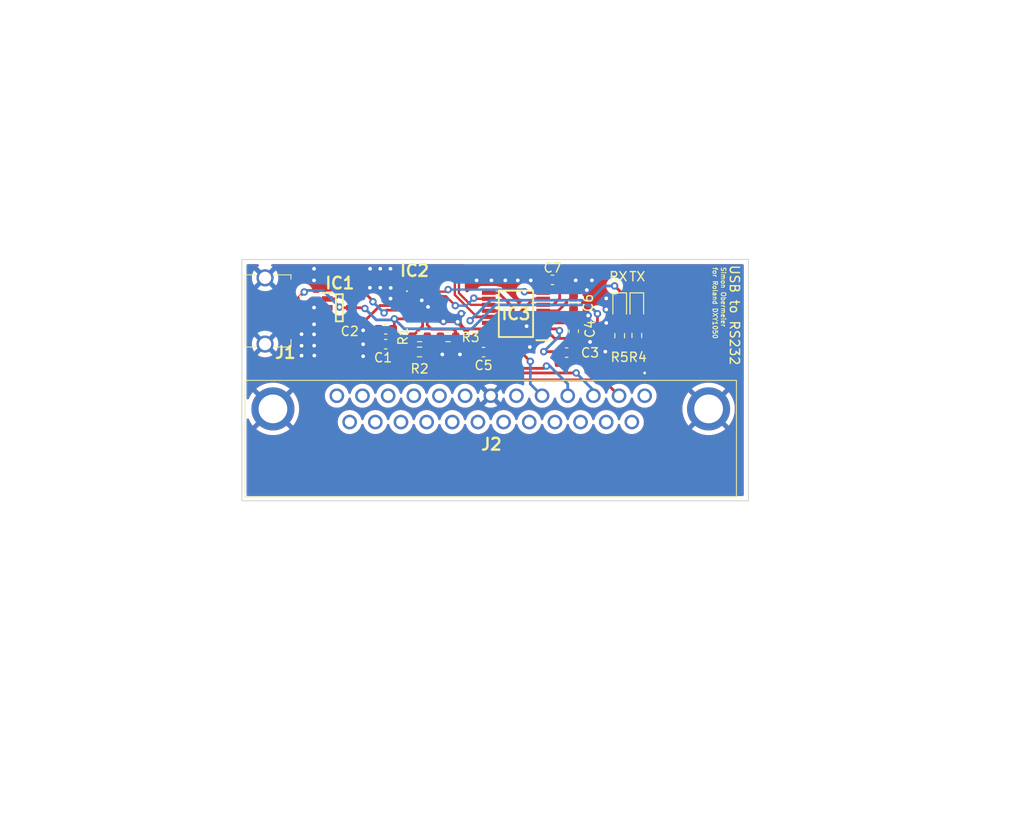
<source format=kicad_pcb>
(kicad_pcb (version 20211014) (generator pcbnew)
  (layers (0 "F.Cu" signal) (31 "B.Cu" signal) (34 "B.Paste" user) (35 "F.Paste" user) (36 "B.SilkS" user "B.Silkscreen") (37 "F.SilkS" user "F.Silkscreen") (38 "B.Mask" user) (39 "F.Mask" user) (44 "Edge.Cuts" user))
  (net 0 "")
  (net 1 "+5V")
  (net 2 "GND")
  (net 3 "Net-(C3-Pad1)")
  (net 4 "Net-(C4-Pad1)")
  (net 5 "Net-(C4-Pad2)")
  (net 6 "Net-(C6-Pad1)")
  (net 7 "Net-(C6-Pad2)")
  (net 8 "Net-(C7-Pad1)")
  (net 9 "TX_Bridge")
  (net 10 "Net-(D1-Pad2)")
  (net 11 "RX_Bridge")
  (net 12 "Net-(D2-Pad2)")
  (net 13 "D-")
  (net 14 "D+")
  (net 19 "Net-(IC2-Pad8)")
  (net 20 "Net-(IC2-Pad9)")
  (net 25 "CTS_Bridge")
  (net 26 "RTS_Bridge")
  (net 29 "CTS_RS232")
  (net 30 "RTS_RS232")
  (net 31 "RX_RS232")
  (net 32 "TX_RS232")
  (footprint "Resistor_SMD:R_0603_1608Metric" (layer "F.Cu") (at 150.15 80.35 180)
    (fp_text reference "R1" (at 1.8 0.05 90) (layer "F.SilkS"))
    (fp_text value "22.1k")
    (fp_line (start -0.237258 0.5225) (end 0.237258 0.5225) (layer "F.SilkS") (width 0.12))
    (fp_line (start -0.237258 -0.5225) (end 0.237258 -0.5225) (layer "F.SilkS") (width 0.12))
    (pad "1" smd roundrect (at -0.825 0 180) (size 0.8 0.95) (layers "F.Cu" "F.Paste" "F.Mask") (net 1 "+5V"))
    (pad "2" smd roundrect (at 0.825 0 180) (size 0.8 0.95) (layers "F.Cu" "F.Paste" "F.Mask") (net 19 "Net-(IC2-Pad8)"))
  )
  (footprint "Resistor_SMD:R_0603_1608Metric" (layer "F.Cu") (at 150.135 81.98)
    (fp_text reference "R2" (at 0.015 1.82) (layer "F.SilkS"))
    (fp_text value "47.5k")
    (fp_line (start -0.237258 0.5225) (end 0.237258 0.5225) (layer "F.SilkS") (width 0.12))
    (fp_line (start -0.237258 -0.5225) (end 0.237258 -0.5225) (layer "F.SilkS") (width 0.12))
    (pad "1" smd roundrect (at -0.825 0) (size 0.8 0.95) (layers "F.Cu" "F.Paste" "F.Mask") (net 19 "Net-(IC2-Pad8)"))
    (pad "2" smd roundrect (at 0.825 0) (size 0.8 0.95) (layers "F.Cu" "F.Paste" "F.Mask") (net 2 "GND"))
  )
  (footprint "Capacitor_SMD:C_0603_1608Metric" (layer "F.Cu") (at 157.05 82 180)
    (fp_text reference "C5" (at 0 -1.43) (layer "F.SilkS"))
    (fp_text value "0.1u")
    (fp_line (start -0.14058 -0.51) (end 0.14058 -0.51) (layer "F.SilkS") (width 0.12))
    (fp_line (start -0.14058 0.51) (end 0.14058 0.51) (layer "F.SilkS") (width 0.12))
    (pad "1" smd roundrect (at -0.775 0 180) (size 0.9 0.95) (layers "F.Cu" "F.Paste" "F.Mask") (net 1 "+5V"))
    (pad "2" smd roundrect (at 0.775 0 180) (size 0.9 0.95) (layers "F.Cu" "F.Paste" "F.Mask") (net 2 "GND"))
  )
  (footprint "Capacitor_SMD:C_0603_1608Metric" (layer "F.Cu") (at 146.485 81.14 180)
    (fp_text reference "C1" (at 0.285 -1.46) (layer "F.SilkS"))
    (fp_text value "4.7u")
    (fp_line (start -0.14058 0.51) (end 0.14058 0.51) (layer "F.SilkS") (width 0.12))
    (fp_line (start -0.14058 -0.51) (end 0.14058 -0.51) (layer "F.SilkS") (width 0.12))
    (pad "1" smd roundrect (at -0.775 0 180) (size 0.9 0.95) (layers "F.Cu" "F.Paste" "F.Mask") (net 1 "+5V"))
    (pad "2" smd roundrect (at 0.775 0 180) (size 0.9 0.95) (layers "F.Cu" "F.Paste" "F.Mask") (net 2 "GND"))
  )
  (footprint "Capacitor_SMD:C_0603_1608Metric" (layer "F.Cu") (at 166.77 76.655 90)
    (fp_text reference "C6" (at -0.04 1.58 90) (layer "F.SilkS"))
    (fp_text value "330n")
    (fp_line (start -0.14058 -0.51) (end 0.14058 -0.51) (layer "F.SilkS") (width 0.12))
    (fp_line (start -0.14058 0.51) (end 0.14058 0.51) (layer "F.SilkS") (width 0.12))
    (pad "1" smd roundrect (at -0.775 0 90) (size 0.9 0.95) (layers "F.Cu" "F.Paste" "F.Mask") (net 6 "Net-(C6-Pad1)"))
    (pad "2" smd roundrect (at 0.775 0 90) (size 0.9 0.95) (layers "F.Cu" "F.Paste" "F.Mask") (net 7 "Net-(C6-Pad2)"))
  )
  (footprint "SamacSys_Parts:SOT95P280X145-6N" (layer "F.Cu") (at 141.48 77.21)
    (fp_text reference "IC1" (at 0.05 -2.66) (layer "F.SilkS") (effects (font (size 1.27 1.27) (thickness 0.254))))
    (fp_text value "USBLC6-4SC6" hide)
    (fp_line (start -0.375 -1.462) (end 0.375 -1.462) (layer "F.SilkS") (width 0.2))
    (fp_line (start 0.375 1.462) (end -0.375 1.462) (layer "F.SilkS") (width 0.2))
    (fp_line (start -1.875 -1.6) (end -0.725 -1.6) (layer "F.SilkS") (width 0.2))
    (fp_line (start -0.375 1.462) (end -0.375 -1.462) (layer "F.SilkS") (width 0.2))
    (fp_line (start 0.375 -1.462) (end 0.375 1.462) (layer "F.SilkS") (width 0.2))
    (pad "1" smd rect locked (at -1.3 -0.95 90) (size 0.6 1.15) (layers "F.Cu" "F.Paste" "F.Mask") (net 13 "D-"))
    (pad "2" smd rect locked (at -1.3 0 90) (size 0.6 1.15) (layers "F.Cu" "F.Paste" "F.Mask") (net 2 "GND"))
    (pad "3" smd rect locked (at -1.3 0.95 90) (size 0.6 1.15) (layers "F.Cu" "F.Paste" "F.Mask") (net 14 "D+"))
    (pad "4" smd rect locked (at 1.3 0.95 90) (size 0.6 1.15) (layers "F.Cu" "F.Paste" "F.Mask"))
    (pad "5" smd rect locked (at 1.3 0 90) (size 0.6 1.15) (layers "F.Cu" "F.Paste" "F.Mask") (net 1 "+5V"))
    (pad "6" smd rect locked (at 1.3 -0.95 90) (size 0.6 1.15) (layers "F.Cu" "F.Paste" "F.Mask"))
  )
  (footprint "LED_SMD:LED_0603_1608Metric" (layer "F.Cu") (at 171.75 77.0875 -90)
    (fp_text reference "RX" (at -3.2375 0.15 180) (layer "F.SilkS"))
    (fp_text value "RXD")
    (fp_line (start 0.8 -0.735) (end -1.485 -0.735) (layer "F.SilkS") (width 0.12))
    (fp_line (start -1.485 -0.735) (end -1.485 0.735) (layer "F.SilkS") (width 0.12))
    (fp_line (start -1.485 0.735) (end 0.8 0.735) (layer "F.SilkS") (width 0.12))
    (pad "1" smd roundrect (at -0.7875 0 270) (size 0.875 0.95) (layers "F.Cu" "F.Paste" "F.Mask") (net 11 "RX_Bridge"))
    (pad "2" smd roundrect (at 0.7875 0 270) (size 0.875 0.95) (layers "F.Cu" "F.Paste" "F.Mask") (net 12 "Net-(D2-Pad2)"))
  )
  (footprint "Resistor_SMD:R_0603_1608Metric" (layer "F.Cu") (at 173.6 80.2 -90)
    (fp_text reference "R4" (at 2.35 -0.1 180) (layer "F.SilkS"))
    (fp_text value "470")
    (fp_line (start -0.237258 -0.5225) (end 0.237258 -0.5225) (layer "F.SilkS") (width 0.12))
    (fp_line (start -0.237258 0.5225) (end 0.237258 0.5225) (layer "F.SilkS") (width 0.12))
    (pad "1" smd roundrect (at -0.825 0 270) (size 0.8 0.95) (layers "F.Cu" "F.Paste" "F.Mask") (net 10 "Net-(D1-Pad2)"))
    (pad "2" smd roundrect (at 0.825 0 270) (size 0.8 0.95) (layers "F.Cu" "F.Paste" "F.Mask") (net 1 "+5V"))
  )
  (footprint "Capacitor_SMD:C_0603_1608Metric" (layer "F.Cu") (at 166.79 79.74 90)
    (fp_text reference "C4" (at 0.235 1.75 90) (layer "F.SilkS"))
    (fp_text value "47n")
    (fp_line (start -0.14058 -0.51) (end 0.14058 -0.51) (layer "F.SilkS") (width 0.12))
    (fp_line (start -0.14058 0.51) (end 0.14058 0.51) (layer "F.SilkS") (width 0.12))
    (pad "1" smd roundrect (at -0.775 0 90) (size 0.9 0.95) (layers "F.Cu" "F.Paste" "F.Mask") (net 4 "Net-(C4-Pad1)"))
    (pad "2" smd roundrect (at 0.775 0 90) (size 0.9 0.95) (layers "F.Cu" "F.Paste" "F.Mask") (net 5 "Net-(C4-Pad2)"))
    (pad "2" smd roundrect (at 0.775 0 90) (size 0.9 0.95) (layers "F.Cu" "F.Paste" "F.Mask") (net 5 "Net-(C4-Pad2)"))
  )
  (footprint "Resistor_SMD:R_0603_1608Metric" (layer "F.Cu") (at 171.75 80.225 -90)
    (fp_text reference "R5" (at 2.325 0) (layer "F.SilkS"))
    (fp_text value "470")
    (fp_line (start -0.237258 -0.5225) (end 0.237258 -0.5225) (layer "F.SilkS") (width 0.12))
    (fp_line (start -0.237258 0.5225) (end 0.237258 0.5225) (layer "F.SilkS") (width 0.12))
    (pad "1" smd roundrect (at -0.825 0 270) (size 0.8 0.95) (layers "F.Cu" "F.Paste" "F.Mask") (net 12 "Net-(D2-Pad2)"))
    (pad "2" smd roundrect (at 0.825 0 270) (size 0.8 0.95) (layers "F.Cu" "F.Paste" "F.Mask") (net 1 "+5V"))
  )
  (footprint "Capacitor_SMD:C_0603_1608Metric" (layer "F.Cu") (at 146.485 79.54 180)
    (fp_text reference "C2" (at 3.885 -0.21) (layer "F.SilkS"))
    (fp_text value "0.1u")
    (fp_line (start -0.14058 0.51) (end 0.14058 0.51) (layer "F.SilkS") (width 0.12))
    (fp_line (start -0.14058 -0.51) (end 0.14058 -0.51) (layer "F.SilkS") (width 0.12))
    (pad "1" smd roundrect (at -0.775 0 180) (size 0.9 0.95) (layers "F.Cu" "F.Paste" "F.Mask") (net 1 "+5V"))
    (pad "2" smd roundrect (at 0.775 0 180) (size 0.9 0.95) (layers "F.Cu" "F.Paste" "F.Mask") (net 2 "GND"))
  )
  (footprint "SamacSys_Parts:CP2102NA02GQFN20" (layer "F.Cu") (at 150.725 76.72)
    (fp_text reference "IC2" (at -1.125 -3.52) (layer "F.SilkS") (effects (font (size 1.27 1.27) (thickness 0.254))))
    (fp_text value "CP2102N-A02-GQFN20" hide)
    (fp_line (start -2 -1.3) (end -2 -1.3) (layer "F.SilkS") (width 0.1))
    (fp_line (start -1.9 -1.3) (end -1.9 -1.3) (layer "F.SilkS") (width 0.1))
    (fp_arc (start -1.9 -1.3) (mid -1.95 -1.25) (end -2 -1.3) (layer "F.SilkS") (width 0.1))
    (fp_arc (start -2 -1.3) (mid -1.95 -1.35) (end -1.9 -1.3) (layer "F.SilkS") (width 0.1))
    (pad "1" smd rect locked (at -1.25 -1.25) (size 0.3 0.3) (layers "F.Cu" "F.Paste" "F.Mask"))
    (pad "2" smd rect locked (at -1.55 -0.75 90) (size 0.3 0.9) (layers "F.Cu" "F.Paste" "F.Mask"))
    (pad "3" smd rect locked (at -1.55 -0.25 90) (size 0.3 0.9) (layers "F.Cu" "F.Paste" "F.Mask") (net 2 "GND"))
    (pad "4" smd rect locked (at -1.55 0.25 90) (size 0.3 0.9) (layers "F.Cu" "F.Paste" "F.Mask") (net 14 "D+"))
    (pad "5" smd rect locked (at -1.55 0.75 90) (size 0.3 0.9) (layers "F.Cu" "F.Paste" "F.Mask") (net 13 "D-"))
    (pad "6" smd rect locked (at -1.25 1.25) (size 0.3 0.3) (layers "F.Cu" "F.Paste" "F.Mask") (net 1 "+5V"))
    (pad "7" smd rect locked (at -0.75 1.55) (size 0.3 0.9) (layers "F.Cu" "F.Paste" "F.Mask") (net 1 "+5V"))
    (pad "8" smd rect locked (at -0.25 1.55) (size 0.3 0.9) (layers "F.Cu" "F.Paste" "F.Mask") (net 19 "Net-(IC2-Pad8)"))
    (pad "9" smd rect locked (at 0.25 1.55) (size 0.3 0.9) (layers "F.Cu" "F.Paste" "F.Mask") (net 20 "Net-(IC2-Pad9)"))
    (pad "10" smd rect locked (at 0.75 1.55) (size 0.3 0.9) (layers "F.Cu" "F.Paste" "F.Mask"))
    (pad "11" smd rect locked (at 1.25 1.25) (size 0.3 0.3) (layers "F.Cu" "F.Paste" "F.Mask"))
    (pad "12" smd rect locked (at 1.55 0.75 90) (size 0.3 0.9) (layers "F.Cu" "F.Paste" "F.Mask") (net 2 "GND"))
    (pad "13" smd rect locked (at 1.55 0.25 90) (size 0.3 0.9) (layers "F.Cu" "F.Paste" "F.Mask"))
    (pad "14" smd rect locked (at 1.55 -0.25 90) (size 0.3 0.9) (layers "F.Cu" "F.Paste" "F.Mask"))
    (pad "15" smd rect locked (at 1.55 -0.75 90) (size 0.3 0.9) (layers "F.Cu" "F.Paste" "F.Mask") (net 25 "CTS_Bridge"))
    (pad "16" smd rect locked (at 1.25 -1.25) (size 0.3 0.3) (layers "F.Cu" "F.Paste" "F.Mask") (net 26 "RTS_Bridge"))
    (pad "17" smd rect locked (at 0.75 -1.55) (size 0.3 0.9) (layers "F.Cu" "F.Paste" "F.Mask") (net 11 "RX_Bridge"))
    (pad "18" smd rect locked (at 0.25 -1.55) (size 0.3 0.9) (layers "F.Cu" "F.Paste" "F.Mask") (net 9 "TX_Bridge"))
    (pad "19" smd rect locked (at -0.25 -1.55) (size 0.3 0.9) (layers "F.Cu" "F.Paste" "F.Mask"))
    (pad "20" smd rect locked (at -0.75 -1.55) (size 0.3 0.9) (layers "F.Cu" "F.Paste" "F.Mask"))
    (pad "21" smd rect locked (at 0 0) (size 1.8 1.8) (layers "F.Cu" "F.Paste" "F.Mask") (net 2 "GND"))
  )
  (footprint "LED_SMD:LED_0603_1608Metric" (layer "F.Cu") (at 173.6 77.0875 -90)
    (fp_text reference "TX" (at -3.2375 -0.05 180) (layer "F.SilkS"))
    (fp_text value "TXD")
    (fp_line (start -1.485 -0.735) (end -1.485 0.735) (layer "F.SilkS") (width 0.12))
    (fp_line (start -1.485 0.735) (end 0.8 0.735) (layer "F.SilkS") (width 0.12))
    (fp_line (start 0.8 -0.735) (end -1.485 -0.735) (layer "F.SilkS") (width 0.12))
    (pad "1" smd roundrect (at -0.7875 0 270) (size 0.875 0.95) (layers "F.Cu" "F.Paste" "F.Mask") (net 9 "TX_Bridge"))
    (pad "2" smd roundrect (at 0.7875 0 270) (size 0.875 0.95) (layers "F.Cu" "F.Paste" "F.Mask") (net 10 "Net-(D1-Pad2)"))
  )
  (footprint "Capacitor_SMD:C_0603_1608Metric" (layer "F.Cu") (at 166.025 82.05)
    (fp_text reference "C3" (at 2.525 0.02) (layer "F.SilkS"))
    (fp_text value "330n")
    (fp_line (start -0.14058 -0.51) (end 0.14058 -0.51) (layer "F.SilkS") (width 0.12))
    (fp_line (start -0.14058 0.51) (end 0.14058 0.51) (layer "F.SilkS") (width 0.12))
    (pad "1" smd roundrect (at -0.775 0) (size 0.9 0.95) (layers "F.Cu" "F.Paste" "F.Mask") (net 3 "Net-(C3-Pad1)"))
    (pad "2" smd roundrect (at 0.775 0) (size 0.9 0.95) (layers "F.Cu" "F.Paste" "F.Mask") (net 2 "GND"))
  )
  (footprint "SamacSys_Parts:SOP65P640X110-16N" (layer "F.Cu") (at 160.55 77.8675 180)
    (fp_text reference "IC3" (at 0 0) (layer "F.SilkS") (effects (font (size 1.27 1.27) (thickness 0.254))))
    (fp_text value "MAX3232EUE+" hide)
    (fp_line (start 1.85 -2.5) (end 1.85 2.5) (layer "F.SilkS") (width 0.2))
    (fp_line (start 1.85 2.5) (end -1.85 2.5) (layer "F.SilkS") (width 0.2))
    (fp_line (start -3.675 -2.85) (end -2.2 -2.85) (layer "F.SilkS") (width 0.2))
    (fp_line (start -1.85 -2.5) (end 1.85 -2.5) (layer "F.SilkS") (width 0.2))
    (fp_line (start -1.85 2.5) (end -1.85 -2.5) (layer "F.SilkS") (width 0.2))
    (pad "1" smd rect locked (at -2.938 -2.275 270) (size 0.45 1.475) (layers "F.Cu" "F.Paste" "F.Mask") (net 4 "Net-(C4-Pad1)"))
    (pad "2" smd rect locked (at -2.938 -1.625 270) (size 0.45 1.475) (layers "F.Cu" "F.Paste" "F.Mask") (net 3 "Net-(C3-Pad1)"))
    (pad "3" smd rect locked (at -2.938 -0.975 270) (size 0.45 1.475) (layers "F.Cu" "F.Paste" "F.Mask") (net 5 "Net-(C4-Pad2)"))
    (pad "4" smd rect locked (at -2.938 -0.325 270) (size 0.45 1.475) (layers "F.Cu" "F.Paste" "F.Mask") (net 6 "Net-(C6-Pad1)"))
    (pad "5" smd rect locked (at -2.938 0.325 270) (size 0.45 1.475) (layers "F.Cu" "F.Paste" "F.Mask") (net 7 "Net-(C6-Pad2)"))
    (pad "6" smd rect locked (at -2.938 0.975 270) (size 0.45 1.475) (layers "F.Cu" "F.Paste" "F.Mask") (net 8 "Net-(C7-Pad1)"))
    (pad "7" smd rect locked (at -2.938 1.625 270) (size 0.45 1.475) (layers "F.Cu" "F.Paste" "F.Mask") (net 29 "CTS_RS232"))
    (pad "8" smd rect locked (at -2.938 2.275 270) (size 0.45 1.475) (layers "F.Cu" "F.Paste" "F.Mask") (net 26 "RTS_Bridge"))
    (pad "9" smd rect locked (at 2.938 2.275 270) (size 0.45 1.475) (layers "F.Cu" "F.Paste" "F.Mask") (net 30 "RTS_RS232"))
    (pad "10" smd rect locked (at 2.938 1.625 270) (size 0.45 1.475) (layers "F.Cu" "F.Paste" "F.Mask") (net 25 "CTS_Bridge"))
    (pad "11" smd rect locked (at 2.938 0.975 270) (size 0.45 1.475) (layers "F.Cu" "F.Paste" "F.Mask") (net 9 "TX_Bridge"))
    (pad "12" smd rect locked (at 2.938 0.325 270) (size 0.45 1.475) (layers "F.Cu" "F.Paste" "F.Mask") (net 31 "RX_RS232"))
    (pad "13" smd rect locked (at 2.938 -0.325 270) (size 0.45 1.475) (layers "F.Cu" "F.Paste" "F.Mask") (net 11 "RX_Bridge"))
    (pad "14" smd rect locked (at 2.938 -0.975 270) (size 0.45 1.475) (layers "F.Cu" "F.Paste" "F.Mask") (net 32 "TX_RS232"))
    (pad "15" smd rect locked (at 2.938 -1.625 270) (size 0.45 1.475) (layers "F.Cu" "F.Paste" "F.Mask") (net 2 "GND"))
    (pad "16" smd rect locked (at 2.938 -2.275 270) (size 0.45 1.475) (layers "F.Cu" "F.Paste" "F.Mask") (net 1 "+5V"))
  )
  (footprint "Resistor_SMD:R_0603_1608Metric" (layer "F.Cu") (at 153.22 80.35 180)
    (fp_text reference "R3" (at -2.43 -0.05) (layer "F.SilkS"))
    (fp_text value "10k")
    (fp_line (start -0.237258 -0.5225) (end 0.237258 -0.5225) (layer "F.SilkS") (width 0.12))
    (fp_line (start -0.237258 0.5225) (end 0.237258 0.5225) (layer "F.SilkS") (width 0.12))
    (pad "1" smd roundrect (at -0.825 0 180) (size 0.8 0.95) (layers "F.Cu" "F.Paste" "F.Mask") (net 20 "Net-(IC2-Pad9)"))
    (pad "2" smd roundrect (at 0.825 0 180) (size 0.8 0.95) (layers "F.Cu" "F.Paste" "F.Mask") (net 1 "+5V"))
  )
  (footprint "SamacSys_Parts:USB307530A" (layer "F.Cu") (at 133.46 77.555 -90)
    (fp_text reference "J1" (at 4.495 -2.19 180) (layer "F.SilkS") (effects (font (size 1.27 1.27) (thickness 0.254))))
    (fp_text value "USB3075-30-A" hide)
    (fp_line (start -1.6 -3.825) (end -1.6 -3.825) (layer "F.SilkS") (width 0.2))
    (fp_line (start -3.425 -2.8) (end -3.9 -2.8) (layer "F.SilkS") (width 0.1))
    (fp_line (start -1.5 -3.825) (end -1.5 -3.825) (layer "F.SilkS") (width 0.2))
    (fp_line (start 3.075 -2.8) (end 3.9 -2.8) (layer "F.SilkS") (width 0.1))
    (fp_line (start 3.9 -2.8) (end 3.9 -1) (layer "F.SilkS") (width 0.1))
    (fp_line (start -3.9 2.15) (end 3.9 2.15) (layer "F.SilkS") (width 0.1))
    (fp_line (start -3.9 1) (end -3.9 2.15) (layer "F.SilkS") (width 0.1))
    (fp_line (start -3.9 -2.8) (end -3.9 -1) (layer "F.SilkS") (width 0.1))
    (fp_line (start 3.9 2.15) (end 3.9 1) (layer "F.SilkS") (width 0.1))
    (fp_arc (start -1.5 -3.825) (mid -1.55 -3.775) (end -1.6 -3.825) (layer "F.SilkS") (width 0.2))
    (fp_arc (start -1.6 -3.825) (mid -1.55 -3.875) (end -1.5 -3.825) (layer "F.SilkS") (width 0.2))
    (pad "1" smd rect locked (at -1.3 -2.65 270) (size 0.4 1.4) (layers "F.Cu" "F.Paste" "F.Mask") (net 1 "+5V"))
    (pad "2" smd rect locked (at -0.65 -2.65 270) (size 0.4 1.4) (layers "F.Cu" "F.Paste" "F.Mask") (net 13 "D-"))
    (pad "3" smd rect locked (at 0 -2.65 270) (size 0.4 1.4) (layers "F.Cu" "F.Paste" "F.Mask") (net 14 "D+"))
    (pad "4" smd rect locked (at 0.65 -2.65 270) (size 0.4 1.4) (layers "F.Cu" "F.Paste" "F.Mask"))
    (pad "5" smd rect locked (at 1.3 -2.65 270) (size 0.4 1.4) (layers "F.Cu" "F.Paste" "F.Mask") (net 2 "GND"))
    (pad "MH1" thru_hole circle locked (at -3.575 0 270) (size 1.85 1.85) (drill 1.3285) (layers *.Cu *.Mask) (net 2 "GND"))
    (pad "MH2" thru_hole circle locked (at 3.575 0 270) (size 1.85 1.85) (drill 1.3285) (layers *.Cu *.Mask) (net 2 "GND"))
    (pad "MP1" smd rect locked (at -1.125 0 270) (size 1.75 1.9) (layers "F.Cu" "F.Paste" "F.Mask") (net 2 "GND"))
    (pad "MP2" smd rect locked (at 1.125 0 270) (size 1.75 1.9) (layers "F.Cu" "F.Paste" "F.Mask") (net 2 "GND"))
    (pad "MP3" smd rect locked (at -2.32 -2.23 270) (size 1.15 1.45) (layers "F.Cu" "F.Paste" "F.Mask") (net 2 "GND"))
    (pad "MP4" smd rect locked (at 2.32 -2.23 270) (size 1.15 1.45) (layers "F.Cu" "F.Paste" "F.Mask") (net 2 "GND"))
  )
  (footprint "SamacSys_Parts:L717SDB25PA4CH3R" (layer "F.Cu") (at 174.45 86.71)
    (fp_text reference "J2" (at -16.55 5.24) (layer "F.SilkS") (effects (font (size 1.27 1.27) (thickness 0.254))))
    (fp_text value "L717SDB25PA4CH3R" hide)
    (fp_line (start 9.905 -1.66) (end 9.905 10.94) (layer "F.SilkS") (width 0.1))
    (fp_line (start 0 -2.5) (end 0 -2.5) (layer "F.SilkS") (width 0.2))
    (fp_line (start 0 -2.5) (end 0 -2.5) (layer "F.SilkS") (width 0.2))
    (fp_line (start -43.145 -1.66) (end 9.905 -1.66) (layer "F.SilkS") (width 0.1))
    (fp_line (start -43.145 10.94) (end -43.145 -1.66) (layer "F.SilkS") (width 0.1))
    (fp_line (start 9.905 10.94) (end -43.145 10.94) (layer "F.SilkS") (width 0.1))
    (fp_line (start 0 -2.4) (end 0 -2.4) (layer "F.SilkS") (width 0.2))
    (fp_arc (start 0 -2.5) (mid 0.05 -2.45) (end 0 -2.4) (layer "F.SilkS") (width 0.2))
    (fp_arc (start 0 -2.4) (mid -0.05 -2.45) (end 0 -2.5) (layer "F.SilkS") (width 0.2))
    (fp_arc (start 0 -2.4) (mid -0.05 -2.45) (end 0 -2.5) (layer "F.SilkS") (width 0.2))
    (pad "1" thru_hole circle locked (at 0 0) (size 1.575 1.575) (drill 1.05) (layers *.Cu *.Mask))
    (pad "2" thru_hole circle locked (at -2.77 0) (size 1.575 1.575) (drill 1.05) (layers *.Cu *.Mask) (net 32 "TX_RS232"))
    (pad "3" thru_hole circle locked (at -5.54 0) (size 1.575 1.575) (drill 1.05) (layers *.Cu *.Mask) (net 31 "RX_RS232"))
    (pad "4" thru_hole circle locked (at -8.31 0) (size 1.575 1.575) (drill 1.05) (layers *.Cu *.Mask) (net 30 "RTS_RS232"))
    (pad "5" thru_hole circle locked (at -11.08 0) (size 1.575 1.575) (drill 1.05) (layers *.Cu *.Mask) (net 29 "CTS_RS232"))
    (pad "6" thru_hole circle locked (at -13.85 0) (size 1.575 1.575) (drill 1.05) (layers *.Cu *.Mask))
    (pad "7" thru_hole circle locked (at -16.62 0) (size 1.575 1.575) (drill 1.05) (layers *.Cu *.Mask) (net 2 "GND"))
    (pad "8" thru_hole circle locked (at -19.39 0) (size 1.575 1.575) (drill 1.05) (layers *.Cu *.Mask))
    (pad "9" thru_hole circle locked (at -22.16 0) (size 1.575 1.575) (drill 1.05) (layers *.Cu *.Mask))
    (pad "10" thru_hole circle locked (at -24.93 0) (size 1.575 1.575) (drill 1.05) (layers *.Cu *.Mask))
    (pad "11" thru_hole circle locked (at -27.7 0) (size 1.575 1.575) (drill 1.05) (layers *.Cu *.Mask))
    (pad "12" thru_hole circle locked (at -30.47 0) (size 1.575 1.575) (drill 1.05) (layers *.Cu *.Mask))
    (pad "13" thru_hole circle locked (at -33.24 0) (size 1.575 1.575) (drill 1.05) (layers *.Cu *.Mask))
    (pad "14" thru_hole circle locked (at -31.855 2.84) (size 1.575 1.575) (drill 1.05) (layers *.Cu *.Mask))
    (pad "15" thru_hole circle locked (at -29.085 2.84) (size 1.575 1.575) (drill 1.05) (layers *.Cu *.Mask))
    (pad "16" thru_hole circle locked (at -26.315 2.84) (size 1.575 1.575) (drill 1.05) (layers *.Cu *.Mask))
    (pad "17" thru_hole circle locked (at -23.545 2.84) (size 1.575 1.575) (drill 1.05) (layers *.Cu *.Mask))
    (pad "18" thru_hole circle locked (at -20.775 2.84) (size 1.575 1.575) (drill 1.05) (layers *.Cu *.Mask))
    (pad "19" thru_hole circle locked (at -18.005 2.84) (size 1.575 1.575) (drill 1.05) (layers *.Cu *.Mask))
    (pad "20" thru_hole circle locked (at -15.235 2.84) (size 1.575 1.575) (drill 1.05) (layers *.Cu *.Mask))
    (pad "21" thru_hole circle locked (at -12.465 2.84) (size 1.575 1.575) (drill 1.05) (layers *.Cu *.Mask))
    (pad "22" thru_hole circle locked (at -9.695 2.84) (size 1.575 1.575) (drill 1.05) (layers *.Cu *.Mask))
    (pad "23" thru_hole circle locked (at -6.925 2.84) (size 1.575 1.575) (drill 1.05) (layers *.Cu *.Mask))
    (pad "24" thru_hole circle locked (at -4.155 2.84) (size 1.575 1.575) (drill 1.05) (layers *.Cu *.Mask))
    (pad "25" thru_hole circle locked (at -1.385 2.84) (size 1.575 1.575) (drill 1.05) (layers *.Cu *.Mask))
    (pad "MH1" thru_hole circle locked (at 6.9 1.42) (size 4.65 4.65) (drill 3.1) (layers *.Cu *.Mask) (net 2 "GND"))
    (pad "MH2" thru_hole circle locked (at -40.14 1.42) (size 4.65 4.65) (drill 3.1) (layers *.Cu *.Mask) (net 2 "GND"))
  )
  (footprint "Capacitor_SMD:C_0603_1608Metric" (layer "F.Cu") (at 164.495 74.2 180)
    (fp_text reference "C7" (at -0.015 1.3) (layer "F.SilkS"))
    (fp_text value "330n")
    (fp_line (start -0.14058 0.51) (end 0.14058 0.51) (layer "F.SilkS") (width 0.12))
    (fp_line (start -0.14058 -0.51) (end 0.14058 -0.51) (layer "F.SilkS") (width 0.12))
    (pad "1" smd roundrect (at -0.775 0 180) (size 0.9 0.95) (layers "F.Cu" "F.Paste" "F.Mask") (net 8 "Net-(C7-Pad1)"))
    (pad "2" smd roundrect (at 0.775 0 180) (size 0.9 0.95) (layers "F.Cu" "F.Paste" "F.Mask") (net 2 "GND"))
  )
  (gr_rect (start 130.95 72) (end 185.65 98.05) (layer "Edge.Cuts") (width 0.1) (fill none))
  (gr_text "Simon Obermeier" (at 182.95 76.05 270) (layer "F.SilkS") (effects (font (size 0.5 0.5) (thickness 0.1))))
  (gr_text "USB to RS232" (at 184.15 78 270) (layer "F.SilkS") (effects (font (size 1 1))))
  (gr_text "for Roland DXY1050" (at 182.05 76.7 270) (layer "F.SilkS") (effects (font (size 0.5 0.5) (thickness 0.1))))
  (segment (start 150.975 80.35) (end 150.21048 81.11452) (width 0.3) (layer "F.Cu") (net 1))
  (segment (start 149.475 77.97) (end 149.675 77.97) (width 0.3) (layer "F.Cu") (net 1))
  (segment (start 150.21048 82.331658) (end 149.712138 82.83) (width 0.3) (layer "F.Cu") (net 1))
  (segment (start 154.81 81.35) (end 156.0175 80.1425) (width 0.3) (layer "F.Cu") (net 1))
  (segment (start 170.85 81.05) (end 171.75 81.05) (width 0.3) (layer "F.Cu") (net 1))
  (segment (start 147.42 79.38) (end 147.26 79.54) (width 0.3) (layer "F.Cu") (net 1))
  (segment (start 141.51 77.14) (end 141.58 77.21) (width 0.3) (layer "F.Cu") (net 1))
  (segment (start 137.69 75.51) (end 136.945 76.255) (width 0.3) (layer "F.Cu") (net 1))
  (segment (start 142.78 77.21) (end 144.16 77.21) (width 0.3) (layer "F.Cu") (net 1))
  (segment (start 144.16 77.21) (end 144.24 77.29) (width 0.3) (layer "F.Cu") (net 1))
  (segment (start 147.75 82.83) (end 147.26 82.34) (width 0.3) (layer "F.Cu") (net 1))
  (segment (start 157.636511 80.167011) (end 157.612 80.167011) (width 0.5) (layer "F.Cu") (net 1))
  (segment (start 149.712138 82.83) (end 147.75 82.83) (width 0.3) (layer "F.Cu") (net 1))
  (segment (start 169.35 77.85) (end 169.35 79.55) (width 0.3) (layer "F.Cu") (net 1))
  (segment (start 147.26 79.54) (end 147.26 81.14) (width 0.3) (layer "F.Cu") (net 1))
  (segment (start 149.675 77.97) (end 149.975 78.27) (width 0.3) (layer "F.Cu") (net 1))
  (segment (start 173.575 81.05) (end 173.6 81.025) (width 0.3) (layer "F.Cu") (net 1))
  (segment (start 171.75 81.05) (end 173.575 81.05) (width 0.3) (layer "F.Cu") (net 1))
  (segment (start 157.825 82) (end 157.825 80.3555) (width 0.5) (layer "F.Cu") (net 1))
  (segment (start 150.21048 81.11452) (end 150.21048 82.331658) (width 0.3) (layer "F.Cu") (net 1))
  (segment (start 147.26 82.34) (end 147.26 81.14) (width 0.3) (layer "F.Cu") (net 1))
  (segment (start 153.12 81.35) (end 154.81 81.35) (width 0.3) (layer "F.Cu") (net 1))
  (segment (start 152.395 80.625) (end 153.12 81.35) (width 0.3) (layer "F.Cu") (net 1))
  (segment (start 156.0175 80.1425) (end 157.612 80.1425) (width 0.3) (layer "F.Cu") (net 1))
  (segment (start 136.945 76.255) (end 136.11 76.255) (width 0.3) (layer "F.Cu") (net 1))
  (segment (start 150.975 80.35) (end 152.395 80.35) (width 0.3) (layer "F.Cu") (net 1))
  (segment (start 147.42 78.41) (end 149.035 78.41) (width 0.3) (layer "F.Cu") (net 1))
  (segment (start 147.42 78.41) (end 147.42 79.38) (width 0.3) (layer "F.Cu") (net 1))
  (segment (start 149.035 78.41) (end 149.475 77.97) (width 0.3) (layer "F.Cu") (net 1))
  (segment (start 141.58 77.21) (end 142.78 77.21) (width 0.3) (layer "F.Cu") (net 1))
  (segment (start 152.395 80.35) (end 152.395 80.625) (width 0.3) (layer "F.Cu") (net 1))
  (segment (start 157.825 80.3555) (end 157.636511 80.167011) (width 0.5) (layer "F.Cu") (net 1))
  (segment (start 169.35 79.55) (end 170.85 81.05) (width 0.3) (layer "F.Cu") (net 1))
  (via (at 137.69 75.51) (size 0.8) (drill 0.4) (layers "F.Cu" "B.Cu") (net 1))
  (via (at 147.42 78.41) (size 0.8) (drill 0.4) (layers "F.Cu" "B.Cu") (net 1))
  (via (at 169.35 77.85) (size 0.8) (drill 0.4) (layers "F.Cu" "B.Cu") (net 1))
  (via (at 141.51 77.14) (size 0.8) (drill 0.4) (layers "F.Cu" "B.Cu") (net 1))
  (via (at 144.24 77.29) (size 0.8) (drill 0.4) (layers "F.Cu" "B.Cu") (net 1))
  (segment (start 168.39952 76.89952) (end 169.35 77.85) (width 0.3) (layer "B.Cu") (net 1))
  (segment (start 147.310489 78.519511) (end 147.42 78.41) (width 0.3) (layer "B.Cu") (net 1))
  (segment (start 147.42 78.41) (end 148.489511 79.479511) (width 0.3) (layer "B.Cu") (net 1))
  (segment (start 137.86 75.34) (end 137.69 75.51) (width 0.3) (layer "B.Cu") (net 1))
  (segment (start 139.71 75.34) (end 137.86 75.34) (width 0.3) (layer "B.Cu") (net 1))
  (segment (start 144.24 77.29) (end 145.469511 78.519511) (width 0.3) (layer "B.Cu") (net 1))
  (segment (start 148.489511 79.479511) (end 155.780459 79.479511) (width 0.3) (layer "B.Cu") (net 1))
  (segment (start 141.51 77.14) (end 139.71 75.34) (width 0.3) (layer "B.Cu") (net 1))
  (segment (start 157.7 77.55997) (end 158.36045 76.89952) (width 0.3) (layer "B.Cu") (net 1))
  (segment (start 158.36045 76.89952) (end 168.39952 76.89952) (width 0.3) (layer "B.Cu") (net 1))
  (segment (start 155.780459 79.479511) (end 157.7 77.55997) (width 0.3) (layer "B.Cu") (net 1))
  (segment (start 145.469511 78.519511) (end 147.310489 78.519511) (width 0.3) (layer "B.Cu") (net 1))
  (segment (start 151.41 77.47) (end 152.275 77.47) (width 0.3) (layer "F.Cu") (net 2))
  (segment (start 155.9025 79.4925) (end 155.8725 79.4925) (width 0.25) (layer "F.Cu") (net 2))
  (segment (start 149.175 76.47) (end 147.89 76.47) (width 0.3) (layer "F.Cu") (net 2))
  (segment (start 149.175 76.47) (end 150.32 76.47) (width 0.3) (layer "F.Cu") (net 2))
  (segment (start 150.32 76.47) (end 150.38 76.41) (width 0.3) (layer "F.Cu") (net 2))
  (segment (start 155.0125 79.4925) (end 154.25 78.73) (width 0.3) (layer "F.Cu") (net 2))
  (segment (start 155.9025 79.4925) (end 157.612 79.4925) (width 0.3) (layer "F.Cu") (net 2))
  (segment (start 147.89 76.47) (end 147.77 76.35) (width 0.3) (layer "F.Cu") (net 2))
  (segment (start 152.275 77.47) (end 152.92 77.47) (width 0.3) (layer "F.Cu") (net 2))
  (segment (start 151.06 77.12) (end 151.41 77.47) (width 0.3) (layer "F.Cu") (net 2))
  (segment (start 155.9025 79.4925) (end 155.0125 79.4925) (width 0.3) (layer "F.Cu") (net 2))
  (segment (start 136.11 78.855) (end 137.265 78.855) (width 0.25) (layer "F.Cu") (net 2))
  (segment (start 152.92 77.47) (end 153.54 78.09) (width 0.3) (layer "F.Cu") (net 2))
  (via (at 157.9 74.25) (size 0.8) (drill 0.4) (layers "F.Cu" "B.Cu") (net 2))
  (via (at 162.05 81.45) (size 0.8) (drill 0.4) (layers "F.Cu" "B.Cu") (net 2))
  (via (at 138.75 79) (size 0.8) (drill 0.4) (layers "F.Cu" "B.Cu") (net 2))
  (via (at 144.05 81.15) (size 0.8) (drill 0.4) (layers "F.Cu" "B.Cu") (net 2))
  (via (at 151.06 77.12) (size 0.8) (drill 0.4) (layers "F.Cu" "B.Cu") (net 2))
  (via (at 144.8 73) (size 0.8) (drill 0.4) (layers "F.Cu" "B.Cu") (net 2))
  (via (at 162.15 74.25) (size 0.8) (drill 0.4) (layers "F.Cu" "B.Cu") (net 2))
  (via (at 161.7 79.2) (size 0.8) (drill 0.4) (layers "F.Cu" "B.Cu") (net 2))
  (via (at 145.9 73) (size 0.8) (drill 0.4) (layers "F.Cu" "B.Cu") (net 2))
  (via (at 170.3 78.85) (size 0.8) (drill 0.4) (layers "F.Cu" "B.Cu") (net 2))
  (via (at 170.2 81.95) (size 0.8) (drill 0.4) (layers "F.Cu" "B.Cu") (net 2))
  (via (at 137.4 82.38) (size 0.8) (drill 0.4) (layers "F.Cu" "B.Cu") (net 2))
  (via (at 156.3 74.25) (size 0.8) (drill 0.4) (layers "F.Cu" "B.Cu") (net 2))
  (via (at 167 74.25) (size 0.8) (drill 0.4) (layers "F.Cu" "B.Cu") (net 2))
  (via (at 147 73) (size 0.8) (drill 0.4) (layers "F.Cu" "B.Cu") (net 2))
  (via (at 170.3 76.2) (size 0.8) (drill 0.4) (layers "F.Cu" "B.Cu") (net 2))
  (via (at 145.9 75.05) (size 0.8) (drill 0.4) (layers "F.Cu" "B.Cu") (net 2))
  (via (at 144.78 75.05) (size 0.8) (drill 0.4) (layers "F.Cu" "B.Cu") (net 2))
  (via (at 168.55 80.9) (size 0.8) (drill 0.4) (layers "F.Cu" "B.Cu") (net 2))
  (via (at 152.6 82.25) (size 0.8) (drill 0.4) (layers "F.Cu" "B.Cu") (net 2))
  (via (at 137.4 80.06) (size 0.8) (drill 0.4) (layers "F.Cu" "B.Cu") (net 2))
  (via (at 168.2 75.3) (size 0.8) (drill 0.4) (layers "F.Cu" "B.Cu") (net 2))
  (via (at 160.75 74.25) (size 0.8) (drill 0.4) (layers "F.Cu" "B.Cu") (net 2))
  (via (at 154.5 82.25) (size 0.8) (drill 0.4) (layers "F.Cu" "B.Cu") (net 2))
  (via (at 170.3 77.4) (size 0.8) (drill 0.4) (layers "F.Cu" "B.Cu") (net 2))
  (via (at 147.03 75.07) (size 0.8) (drill 0.4) (layers "F.Cu" "B.Cu") (net 2))
  (via (at 154.65 77.84) (size 0.8) (drill 0.4) (layers "F.Cu" "B.Cu") (net 2))
  (via (at 147.01 76.22) (size 0.8) (drill 0.4) (layers "F.Cu" "B.Cu") (net 2))
  (via (at 138.76 81.3) (size 0.8) (drill 0.4) (layers "F.Cu" "B.Cu") (net 2))
  (via (at 144.05 82.45) (size 0.8) (drill 0.4) (layers "F.Cu" "B.Cu") (net 2))
  (via (at 138.78 82.37) (size 0.8) (drill 0.4) (layers "F.Cu" "B.Cu") (net 2))
  (via (at 150.38 76.41) (size 0.8) (drill 0.4) (layers "F.Cu" "B.Cu") (net 2))
  (via (at 137.4 81.31) (size 0.8) (drill 0.4) (layers "F.Cu" "B.Cu") (net 2))
  (via (at 138.75 73) (size 0.8) (drill 0.4) (layers "F.Cu" "B.Cu") (net 2))
  (via (at 138.75 80.08) (size 0.8) (drill 0.4) (layers "F.Cu" "B.Cu") (net 2))
  (via (at 152.72 78.69) (size 0.8) (drill 0.4) (layers "F.Cu" "B.Cu") (net 2))
  (via (at 168.35 78.05) (size 0.8) (drill 0.4) (layers "F.Cu" "B.Cu") (net 2))
  (via (at 138.75 77.19) (size 0.8) (drill 0.4) (layers "F.Cu" "B.Cu") (net 2))
  (via (at 159.4 74.25) (size 0.8) (drill 0.4) (layers "F.Cu" "B.Cu") (net 2))
  (via (at 138.75 74.25) (size 0.8) (drill 0.4) (layers "F.Cu" "B.Cu") (net 2))
  (via (at 154.25 78.73) (size 0.8) (drill 0.4) (layers "F.Cu" "B.Cu") (net 2))
  (via (at 168.75 74.25) (size 0.8) (drill 0.4) (layers "F.Cu" "B.Cu") (net 2))
  (via (at 144.05 79.65) (size 0.8) (drill 0.4) (layers "F.Cu" "B.Cu") (net 2))
  (segment (start 165.0625 79.4925) (end 165.25 79.68) (width 0.3) (layer "F.Cu") (net 3))
  (segment (start 165.15 81.95) (end 165.25 82.05) (width 0.3) (layer "F.Cu") (net 3))
  (segment (start 163.55 81.95) (end 165.15 81.95) (width 0.3) (layer "F.Cu") (net 3))
  (segment (start 163.488 79.4925) (end 165.0625 79.4925) (width 0.3) (layer "F.Cu") (net 3))
  (via (at 163.55 81.95) (size 0.8) (drill 0.4) (layers "F.Cu" "B.Cu") (net 3))
  (via (at 165.25 79.68) (size 0.8) (drill 0.4) (layers "F.Cu" "B.Cu") (net 3))
  (segment (start 165.25 80.25) (end 163.55 81.95) (width 0.3) (layer "B.Cu") (net 3))
  (segment (start 165.25 79.68) (end 165.25 80.25) (width 0.3) (layer "B.Cu") (net 3))
  (segment (start 164.3425 80.1425) (end 163.488 80.1425) (width 0.3) (layer "F.Cu") (net 4))
  (segment (start 166.79 80.515) (end 164.715 80.515) (width 0.3) (layer "F.Cu") (net 4))
  (segment (start 164.715 80.515) (end 164.3425 80.1425) (width 0.3) (layer "F.Cu") (net 4))
  (segment (start 163.488 78.8425) (end 166.6675 78.8425) (width 0.3) (layer "F.Cu") (net 5))
  (segment (start 166.6675 78.8425) (end 166.79 78.965) (width 0.3) (layer "F.Cu") (net 5))
  (segment (start 166.0075 78.1925) (end 166.77 77.43) (width 0.3) (layer "F.Cu") (net 6))
  (segment (start 163.488 78.1925) (end 166.0075 78.1925) (width 0.3) (layer "F.Cu") (net 6))
  (segment (start 165.1075 77.5425) (end 166.77 75.88) (width 0.3) (layer "F.Cu") (net 7))
  (segment (start 166.77 76.01) (end 166.77 75.88) (width 0.25) (layer "F.Cu") (net 7))
  (segment (start 163.488 77.5425) (end 165.1075 77.5425) (width 0.3) (layer "F.Cu") (net 7))
  (segment (start 163.488 76.8925) (end 164.5875 76.8925) (width 0.3) (layer "F.Cu") (net 8))
  (segment (start 165.27 76.21) (end 165.27 74.2) (width 0.3) (layer "F.Cu") (net 8))
  (segment (start 164.5875 76.8925) (end 165.27 76.21) (width 0.3) (layer "F.Cu") (net 8))
  (segment (start 173.6 75.25) (end 173.6 76.3) (width 0.3) (layer "F.Cu") (net 9))
  (segment (start 155.273323 73.35) (end 171.7 73.35) (width 0.3) (layer "F.Cu") (net 9))
  (segment (start 151.639521 73.70048) (end 150.975 74.365) (width 0.25) (layer "F.Cu") (net 9))
  (segment (start 150.975 74.365) (end 150.975 75.17) (width 0.25) (layer "F.Cu") (net 9))
  (segment (start 157.612 76.8925) (end 155.658218 76.8925) (width 0.25) (layer "F.Cu") (net 9))
  (segment (start 155.658218 76.8925) (end 154.39952 75.633802) (width 0.25) (layer "F.Cu") (net 9))
  (segment (start 171.7 73.35) (end 173.6 75.25) (width 0.3) (layer "F.Cu") (net 9))
  (segment (start 154.39952 74.223803) (end 155.273323 73.35) (width 0.3) (layer "F.Cu") (net 9))
  (segment (start 154.39952 75.633802) (end 154.39952 74.223803) (width 0.25) (layer "F.Cu") (net 9))
  (segment (start 153.876198 73.70048) (end 151.639521 73.70048) (width 0.25) (layer "F.Cu") (net 9))
  (segment (start 154.39952 74.223803) (end 153.876198 73.70048) (width 0.25) (layer "F.Cu") (net 9))
  (segment (start 173.6 77.875) (end 173.6 79.375) (width 0.3) (layer "F.Cu") (net 10))
  (segment (start 151.825718 74.15) (end 151.475 74.500718) (width 0.25) (layer "F.Cu") (net 11))
  (segment (start 153.69 74.15) (end 151.825718 74.15) (width 0.25) (layer "F.Cu") (net 11))
  (segment (start 156.3225 78.1925) (end 156.0075 78.1925) (width 0.3) (layer "F.Cu") (net 11))
  (segment (start 171.8 76.25) (end 171.75 76.3) (width 0.3) (layer "F.Cu") (net 11))
  (segment (start 171.2 74.85) (end 171.8 75.45) (width 0.3) (layer "F.Cu") (net 11))
  (segment (start 156.3225 78.1925) (end 157.612 78.1925) (width 0.3) (layer "F.Cu") (net 11))
  (segment (start 151.475 74.500718) (end 151.475 75.17) (width 0.25) (layer "F.Cu") (net 11))
  (segment (start 153.95 74.41) (end 153.69 74.15) (width 0.25) (layer "F.Cu") (net 11))
  (segment (start 153.95 75.82) (end 153.95 74.41) (width 0.25) (layer "F.Cu") (net 11))
  (segment (start 171.8 75.45) (end 171.8 76.25) (width 0.3) (layer "F.Cu") (net 11))
  (segment (start 156.3225 78.1925) (end 153.95 75.82) (width 0.25) (layer "F.Cu") (net 11))
  (segment (start 155.6 78.6) (end 156.0075 78.1925) (width 0.3) (layer "F.Cu") (net 11))
  (via (at 171.2 74.85) (size 0.8) (drill 0.4) (layers "F.Cu" "B.Cu") (net 11))
  (via (at 155.6 78.6) (size 0.8) (drill 0.4) (layers "F.Cu" "B.Cu") (net 11))
  (segment (start 170.1 74.85) (end 171.2 74.85) (width 0.3) (layer "B.Cu") (net 11))
  (segment (start 168.55 76.4) (end 170.1 74.85) (width 0.3) (layer "B.Cu") (net 11))
  (segment (start 157.8 76.4) (end 168.55 76.4) (width 0.3) (layer "B.Cu") (net 11))
  (segment (start 155.6 78.6) (end 157.8 76.4) (width 0.3) (layer "B.Cu") (net 11))
  (segment (start 171.75 77.875) (end 171.75 79.4) (width 0.3) (layer "F.Cu") (net 12))
  (segment (start 137.715 76.905) (end 138.36 76.26) (width 0.3) (layer "F.Cu") (net 13))
  (segment (start 146.61048 77.46952) (end 146.61096 77.47) (width 0.3) (layer "F.Cu") (net 13))
  (segment (start 146.31 77.77) (end 146.61048 77.46952) (width 0.3) (layer "F.Cu") (net 13))
  (segment (start 144.240489 75.610489) (end 145.11 76.48) (width 0.3) (layer "F.Cu") (net 13))
  (segment (start 141.02 76.26) (end 141.669511 75.610489) (width 0.3) (layer "F.Cu") (net 13))
  (segment (start 146.61096 77.47) (end 149.175 77.47) (width 0.3) (layer "F.Cu") (net 13))
  (segment (start 140.18 76.26) (end 141.02 76.26) (width 0.3) (layer "F.Cu") (net 13))
  (segment (start 136.11 76.905) (end 137.715 76.905) (width 0.3) (layer "F.Cu") (net 13))
  (segment (start 145.11 76.48) (end 145.11 76.56) (width 0.3) (layer "F.Cu") (net 13))
  (segment (start 138.36 76.26) (end 140.18 76.26) (width 0.3) (layer "F.Cu") (net 13))
  (segment (start 141.669511 75.610489) (end 144.240489 75.610489) (width 0.3) (layer "F.Cu") (net 13))
  (via (at 145.11 76.56) (size 0.8) (drill 0.4) (layers "F.Cu" "B.Cu") (net 13))
  (via (at 146.31 77.77) (size 0.8) (drill 0.4) (layers "F.Cu" "B.Cu") (net 13))
  (segment (start 145.11 76.57) (end 146.31 77.77) (width 0.3) (layer "B.Cu") (net 13))
  (segment (start 145.11 76.56) (end 145.11 76.57) (width 0.3) (layer "B.Cu") (net 13))
  (segment (start 141.03 78.16) (end 141.679511 78.809511) (width 0.3) (layer "F.Cu") (net 14))
  (segment (start 141.679511 78.809511) (end 144.040489 78.809511) (width 0.3) (layer "F.Cu") (net 14))
  (segment (start 144.040489 78.809511) (end 145.88 76.97) (width 0.3) (layer "F.Cu") (net 14))
  (segment (start 140.18 78.16) (end 141.03 78.16) (width 0.3) (layer "F.Cu") (net 14))
  (segment (start 138.37 78.16) (end 140.18 78.16) (width 0.3) (layer "F.Cu") (net 14))
  (segment (start 145.88 76.97) (end 149.175 76.97) (width 0.3) (layer "F.Cu") (net 14))
  (segment (start 137.765 77.555) (end 138.37 78.16) (width 0.3) (layer "F.Cu") (net 14))
  (segment (start 136.11 77.555) (end 137.765 77.555) (width 0.3) (layer "F.Cu") (net 14))
  (segment (start 149.325 81.965) (end 149.31 81.98) (width 0.3) (layer "F.Cu") (net 19))
  (segment (start 150.475 79.2) (end 150.475 78.27) (width 0.3) (layer "F.Cu") (net 19))
  (segment (start 149.325 80.35) (end 149.325 81.965) (width 0.3) (layer "F.Cu") (net 19))
  (segment (start 149.325 80.35) (end 150.475 79.2) (width 0.3) (layer "F.Cu") (net 19))
  (segment (start 154.045 79.775) (end 154.045 80.35) (width 0.3) (layer "F.Cu") (net 20))
  (segment (start 151.431458 79.52548) (end 153.79548 79.52548) (width 0.3) (layer "F.Cu") (net 20))
  (segment (start 150.975 78.27) (end 150.975 79.069022) (width 0.3) (layer "F.Cu") (net 20))
  (segment (start 153.79548 79.52548) (end 154.045 79.775) (width 0.3) (layer "F.Cu") (net 20))
  (segment (start 150.975 79.069022) (end 151.431458 79.52548) (width 0.3) (layer "F.Cu") (net 20))
  (segment (start 156.074658 76.2425) (end 156.000158 76.168) (width 0.25) (layer "F.Cu") (net 25))
  (segment (start 157.612 76.2425) (end 156.074658 76.2425) (width 0.25) (layer "F.Cu") (net 25))
  (segment (start 152.275 75.97) (end 152.99 75.97) (width 0.25) (layer "F.Cu") (net 25))
  (segment (start 152.99 75.97) (end 154 76.98) (width 0.25) (layer "F.Cu") (net 25))
  (via (at 154 76.98) (size 0.8) (drill 0.4) (layers "F.Cu" "B.Cu") (net 25))
  (via (at 156.000158 76.168) (size 0.8) (drill 0.4) (layers "F.Cu" "B.Cu") (net 25))
  (segment (start 154 76.98) (end 155.188158 76.98) (width 0.25) (layer "B.Cu") (net 25))
  (segment (start 155.188158 76.98) (end 156.000158 76.168) (width 0.25) (layer "B.Cu") (net 25))
  (segment (start 161.5825 75.5925) (end 161.47 75.48) (width 0.25) (layer "F.Cu") (net 26))
  (segment (start 163.488 75.5925) (end 161.5825 75.5925) (width 0.25) (layer "F.Cu") (net 26))
  (segment (start 153.001 75.47) (end 151.975 75.47) (width 0.25) (layer "F.Cu") (net 26))
  (segment (start 153.2255 75.2455) (end 153.001 75.47) (width 0.25) (layer "F.Cu") (net 26))
  (via (at 161.47 75.48) (size 0.8) (drill 0.4) (layers "F.Cu" "B.Cu") (net 26))
  (via (at 153.2255 75.2455) (size 0.8) (drill 0.4) (layers "F.Cu" "B.Cu") (net 26))
  (segment (start 161.2355 75.2455) (end 161.47 75.48) (width 0.25) (layer "B.Cu") (net 26))
  (segment (start 153.2255 75.2455) (end 161.2355 75.2455) (width 0.25) (layer "B.Cu") (net 26))
  (segment (start 160.749039 81.650519) (end 162.1 83.00148) (width 0.3) (layer "F.Cu") (net 29))
  (segment (start 160.749039 77.943961) (end 160.749039 80.799039) (width 0.3) (layer "F.Cu") (net 29))
  (segment (start 163.488 76.2425) (end 162.4505 76.2425) (width 0.3) (layer "F.Cu") (net 29))
  (segment (start 162.4505 76.2425) (end 160.749039 77.943961) (width 0.3) (layer "F.Cu") (net 29))
  (segment (start 160.749039 80.799039) (end 160.749039 81.650519) (width 0.3) (layer "F.Cu") (net 29))
  (via (at 162.1 83.00148) (size 0.8) (drill 0.4) (layers "F.Cu" "B.Cu") (net 29))
  (segment (start 162.1 83.00148) (end 162.1 85.44) (width 0.3) (layer "B.Cu") (net 29))
  (segment (start 162.1 85.44) (end 163.37 86.71) (width 0.3) (layer "B.Cu") (net 29))
  (segment (start 158.6495 75.5925) (end 160.249519 77.192519) (width 0.3) (layer "F.Cu") (net 30))
  (segment (start 160.24952 80.85) (end 160.24952 82.686664) (width 0.3) (layer "F.Cu") (net 30))
  (segment (start 163.60002 83.75098) (end 163.85 83.501) (width 0.3) (layer "F.Cu") (net 30))
  (segment (start 157.612 75.5925) (end 158.6495 75.5925) (width 0.3) (layer "F.Cu") (net 30))
  (segment (start 160.249519 77.192519) (end 160.24952 80.85) (width 0.3) (layer "F.Cu") (net 30))
  (segment (start 160.24952 82.686664) (end 161.313836 83.75098) (width 0.3) (layer "F.Cu") (net 30))
  (segment (start 161.313836 83.75098) (end 163.60002 83.75098) (width 0.3) (layer "F.Cu") (net 30))
  (via (at 163.85 83.501) (size 0.8) (drill 0.4) (layers "F.Cu" "B.Cu") (net 30))
  (segment (start 164.201 83.501) (end 166.14 85.44) (width 0.3) (layer "B.Cu") (net 30))
  (segment (start 166.14 85.44) (end 166.14 86.71) (width 0.3) (layer "B.Cu") (net 30))
  (segment (start 163.85 83.501) (end 164.201 83.501) (width 0.3) (layer "B.Cu") (net 30))
  (segment (start 159.75 82.893572) (end 161.106928 84.2505) (width 0.3) (layer "F.Cu") (net 31))
  (segment (start 157.612 77.5425) (end 158.6495 77.5425) (width 0.3) (layer "F.Cu") (net 31))
  (segment (start 158.6495 77.5425) (end 159.75 78.643) (width 0.3) (layer "F.Cu") (net 31))
  (segment (start 161.106928 84.2505) (end 167.05 84.2505) (width 0.3) (layer "F.Cu") (net 31))
  (segment (start 159.75 80.85) (end 159.75 82.893572) (width 0.3) (layer "F.Cu") (net 31))
  (segment (start 159.75 78.643) (end 159.75 80.85) (width 0.3) (layer "F.Cu") (net 31))
  (via (at 167.05 84.2505) (size 0.8) (drill 0.4) (layers "F.Cu" "B.Cu") (net 31))
  (segment (start 167.05 84.2505) (end 168.91 86.1105) (width 0.3) (layer "B.Cu") (net 31))
  (segment (start 168.91 86.1105) (end 168.91 86.71) (width 0.3) (layer "B.Cu") (net 31))
  (segment (start 159.25 83.1) (end 161.15 85) (width 0.3) (layer "F.Cu") (net 32))
  (segment (start 169.97 85) (end 171.68 86.71) (width 0.3) (layer "F.Cu") (net 32))
  (segment (start 161.15 85) (end 169.97 85) (width 0.3) (layer "F.Cu") (net 32))
  (segment (start 159.25 79.443) (end 159.25 83.1) (width 0.3) (layer "F.Cu") (net 32))
  (segment (start 157.612 78.8425) (end 158.6495 78.8425) (width 0.3) (layer "F.Cu") (net 32))
  (segment (start 158.6495 78.8425) (end 159.25 79.443) (width 0.3) (layer "F.Cu") (net 32))
  (zone (net 2) (net_name "GND") (layer "F.Cu") (connect_pads (clearance 0.508)) (min_thickness 0.254) (fill yes (thermal_gap 0.508) (thermal_bridge_width 0.508))
    (polygon (pts (xy 207.13 126.58) (xy 113.12 126.58) (xy 113.12 49.58) (xy 207.13 49.58)))
  )
  (zone (net 2) (net_name "GND") (layer "B.Cu") (connect_pads (clearance 0.508)) (min_thickness 0.254) (fill yes (thermal_gap 0.508) (thermal_bridge_width 0.508))
    (polygon (pts (xy 215.41 133.07) (xy 104.84 133.07) (xy 104.84 43.98) (xy 215.41 43.98)))
  )
)
</source>
